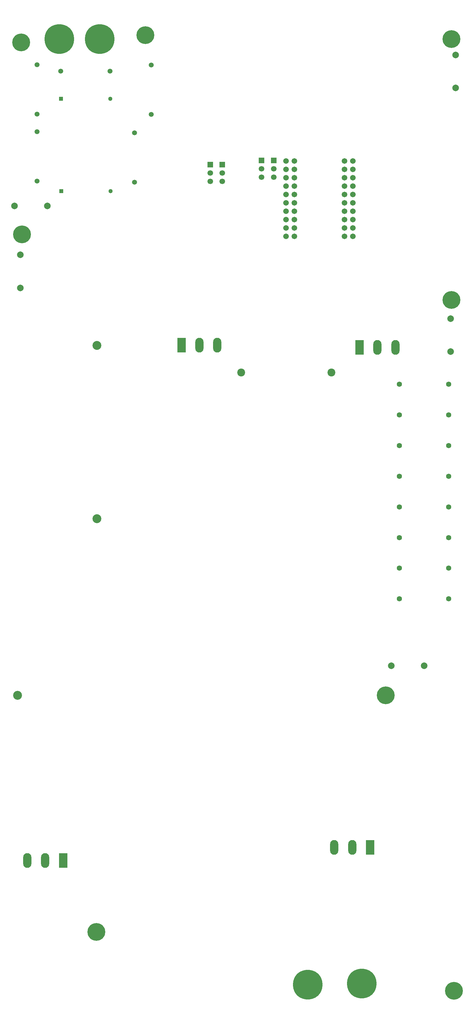
<source format=gbs>
G04 #@! TF.GenerationSoftware,KiCad,Pcbnew,9.0.3*
G04 #@! TF.CreationDate,2025-10-12T10:39:54+02:00*
G04 #@! TF.ProjectId,LLC_DCDC_V5,4c4c435f-4443-4444-935f-56352e6b6963,rev?*
G04 #@! TF.SameCoordinates,Original*
G04 #@! TF.FileFunction,Soldermask,Bot*
G04 #@! TF.FilePolarity,Negative*
%FSLAX46Y46*%
G04 Gerber Fmt 4.6, Leading zero omitted, Abs format (unit mm)*
G04 Created by KiCad (PCBNEW 9.0.3) date 2025-10-12 10:39:54*
%MOMM*%
%LPD*%
G01*
G04 APERTURE LIST*
%ADD10C,2.700000*%
%ADD11C,1.500000*%
%ADD12R,1.300000X1.300000*%
%ADD13C,1.300000*%
%ADD14C,0.800000*%
%ADD15C,5.400000*%
%ADD16R,2.500000X4.500000*%
%ADD17O,2.500000X4.500000*%
%ADD18C,2.000000*%
%ADD19C,1.604000*%
%ADD20R,1.700000X1.700000*%
%ADD21C,1.700000*%
%ADD22C,0.900000*%
%ADD23C,9.000000*%
%ADD24C,2.400000*%
%ADD25C,1.712000*%
G04 APERTURE END LIST*
D10*
X80540000Y-256790000D03*
X104730000Y-150620000D03*
X104730000Y-203210000D03*
D11*
X108670000Y-67345000D03*
X93670000Y-67345000D03*
D12*
X93800000Y-75785000D03*
D13*
X108800000Y-75785000D03*
D14*
X79605000Y-58660000D03*
X80198109Y-57228109D03*
X80198109Y-60091891D03*
X81630000Y-56635000D03*
D15*
X81630000Y-58660000D03*
D14*
X81630000Y-60685000D03*
X83061891Y-57228109D03*
X83061891Y-60091891D03*
X83655000Y-58660000D03*
X117425000Y-56465000D03*
X118018109Y-55033109D03*
X118018109Y-57896891D03*
X119450000Y-54440000D03*
D15*
X119450000Y-56465000D03*
D14*
X119450000Y-58490000D03*
X120881891Y-55033109D03*
X120881891Y-57896891D03*
X121475000Y-56465000D03*
D16*
X184540000Y-151165000D03*
D17*
X189990000Y-151165000D03*
X195440000Y-151165000D03*
D18*
X79670000Y-108310000D03*
X89670000Y-108310000D03*
D19*
X196670000Y-208899286D03*
X211670000Y-208899286D03*
D20*
X139190000Y-95712500D03*
D21*
X139190000Y-98252500D03*
X139190000Y-100792500D03*
D11*
X116170000Y-101075000D03*
X116170000Y-86075000D03*
D14*
X210485000Y-57645000D03*
X211078109Y-56213109D03*
X211078109Y-59076891D03*
X212510000Y-55620000D03*
D15*
X212510000Y-57645000D03*
D14*
X212510000Y-59670000D03*
X213941891Y-56213109D03*
X213941891Y-59076891D03*
X214535000Y-57645000D03*
D19*
X196670000Y-171687857D03*
X211670000Y-171687857D03*
X196670000Y-190293571D03*
X211670000Y-190293571D03*
D16*
X187760000Y-302950000D03*
D17*
X182310000Y-302950000D03*
X176860000Y-302950000D03*
D19*
X196670000Y-199596429D03*
X211670000Y-199596429D03*
D14*
X190495000Y-256790000D03*
X191088109Y-255358109D03*
X191088109Y-258221891D03*
X192520000Y-254765000D03*
D15*
X192520000Y-256790000D03*
D14*
X192520000Y-258815000D03*
X193951891Y-255358109D03*
X193951891Y-258221891D03*
X194545000Y-256790000D03*
D20*
X154710000Y-94492500D03*
D21*
X154710000Y-97032500D03*
X154710000Y-99572500D03*
D22*
X89903000Y-57660000D03*
X90891515Y-55273515D03*
X90891515Y-60046485D03*
X93278000Y-54285000D03*
D23*
X93278000Y-57660000D03*
D22*
X93278000Y-61035000D03*
X95664485Y-55273515D03*
X95664485Y-60046485D03*
X96653000Y-57660000D03*
D19*
X196670000Y-227505000D03*
X211670000Y-227505000D03*
D18*
X81450000Y-123120000D03*
X81450000Y-133120000D03*
D19*
X196670000Y-162385000D03*
X211670000Y-162385000D03*
D24*
X148530000Y-158795000D03*
X176030000Y-158795000D03*
D18*
X212210000Y-142455000D03*
X212210000Y-152455000D03*
D14*
X102485000Y-328540000D03*
X103078109Y-327108109D03*
X103078109Y-329971891D03*
X104510000Y-326515000D03*
D15*
X104510000Y-328540000D03*
D14*
X104510000Y-330565000D03*
X105941891Y-327108109D03*
X105941891Y-329971891D03*
X106535000Y-328540000D03*
D16*
X130410000Y-150475000D03*
D17*
X135860000Y-150475000D03*
X141310000Y-150475000D03*
D18*
X213770000Y-62495000D03*
X213770000Y-72495000D03*
D11*
X121200000Y-65515000D03*
X121200000Y-80515000D03*
D22*
X181845000Y-344200000D03*
X182833515Y-341813515D03*
X182833515Y-346586485D03*
X185220000Y-340825000D03*
D23*
X185220000Y-344200000D03*
D22*
X185220000Y-347575000D03*
X187606485Y-341813515D03*
X187606485Y-346586485D03*
X188595000Y-344200000D03*
D16*
X94440000Y-306910000D03*
D17*
X88990000Y-306910000D03*
X83540000Y-306910000D03*
D14*
X210485000Y-136775000D03*
X211078109Y-135343109D03*
X211078109Y-138206891D03*
X212510000Y-134750000D03*
D15*
X212510000Y-136775000D03*
D14*
X212510000Y-138800000D03*
X213941891Y-135343109D03*
X213941891Y-138206891D03*
X214535000Y-136775000D03*
D11*
X86474000Y-85727000D03*
X86474000Y-100727000D03*
D12*
X93890000Y-103785000D03*
D13*
X108890000Y-103785000D03*
D25*
X162150000Y-94635000D03*
X162150000Y-97175000D03*
X162150000Y-99715000D03*
X162150000Y-102255000D03*
X162150000Y-104795000D03*
X162150000Y-107335000D03*
X162150000Y-109875000D03*
X162150000Y-112415000D03*
X162150000Y-114955000D03*
X162150000Y-117495000D03*
X164690000Y-94635000D03*
X164690000Y-97175000D03*
X164690000Y-99715000D03*
X164690000Y-102255000D03*
X164690000Y-104795000D03*
X164690000Y-107335000D03*
X164690000Y-109875000D03*
X164690000Y-112415000D03*
X164690000Y-114955000D03*
X164690000Y-117495000D03*
X179930000Y-94635000D03*
X179930000Y-97175000D03*
X179930000Y-99715000D03*
X179930000Y-102255000D03*
X179930000Y-104795000D03*
X179930000Y-107335000D03*
X179930000Y-109875000D03*
X179930000Y-112415000D03*
X179930000Y-114955000D03*
X179930000Y-117495000D03*
X182470000Y-94635000D03*
X182470000Y-97175000D03*
X182470000Y-99715000D03*
X182470000Y-102255000D03*
X182470000Y-104795000D03*
X182470000Y-107335000D03*
X182470000Y-109875000D03*
X182470000Y-112415000D03*
X182470000Y-114955000D03*
X182470000Y-117495000D03*
D19*
X196670000Y-180990714D03*
X211670000Y-180990714D03*
D22*
X102149000Y-57660000D03*
X103137515Y-55273515D03*
X103137515Y-60046485D03*
X105524000Y-54285000D03*
D23*
X105524000Y-57660000D03*
D22*
X105524000Y-61035000D03*
X107910485Y-55273515D03*
X107910485Y-60046485D03*
X108899000Y-57660000D03*
D11*
X86474000Y-80400000D03*
X86474000Y-65400000D03*
D22*
X165411485Y-344586485D03*
X166400000Y-342200000D03*
X166400000Y-346972970D03*
X168786485Y-341211485D03*
D23*
X168786485Y-344586485D03*
D22*
X168786485Y-347961485D03*
X171172970Y-342200000D03*
X171172970Y-346972970D03*
X172161485Y-344586485D03*
D14*
X211236891Y-346411891D03*
X211830000Y-344980000D03*
X211830000Y-347843782D03*
X213261891Y-344386891D03*
D15*
X213261891Y-346411891D03*
D14*
X213261891Y-348436891D03*
X214693782Y-344980000D03*
X214693782Y-347843782D03*
X215286891Y-346411891D03*
X79935000Y-116880000D03*
X80528109Y-115448109D03*
X80528109Y-118311891D03*
X81960000Y-114855000D03*
D15*
X81960000Y-116880000D03*
D14*
X81960000Y-118905000D03*
X83391891Y-115448109D03*
X83391891Y-118311891D03*
X83985000Y-116880000D03*
D20*
X158460000Y-94492500D03*
D21*
X158460000Y-97032500D03*
X158460000Y-99572500D03*
D20*
X142830000Y-95712500D03*
D21*
X142830000Y-98252500D03*
X142830000Y-100792500D03*
D19*
X196670000Y-218202143D03*
X211670000Y-218202143D03*
D18*
X194180000Y-247760000D03*
X204180000Y-247760000D03*
M02*

</source>
